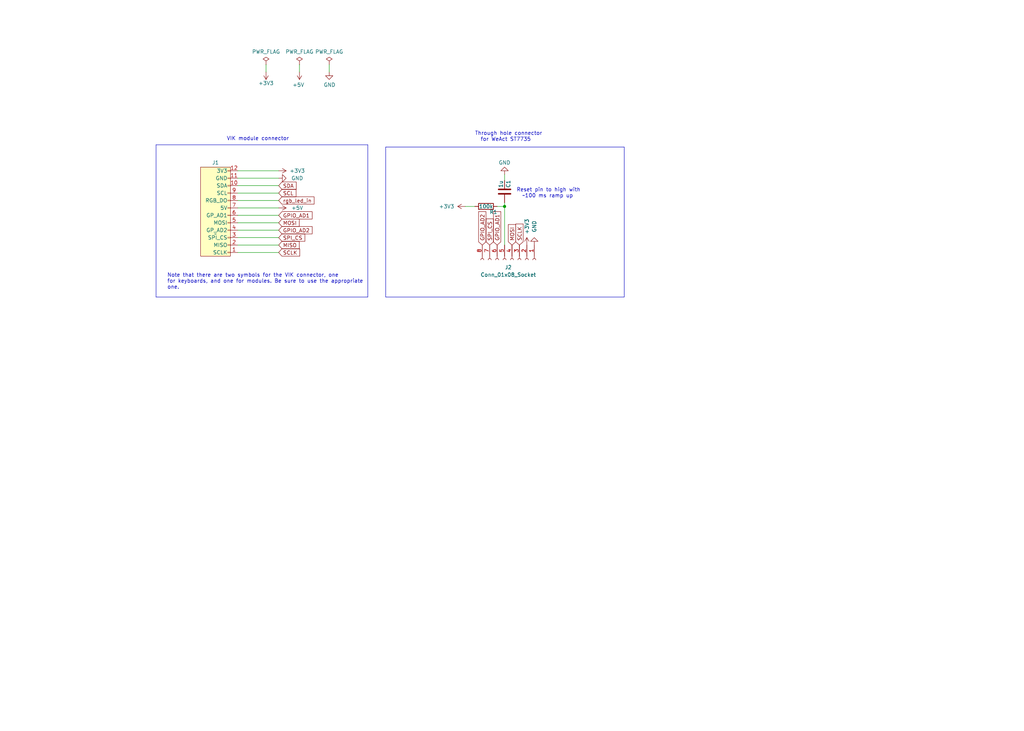
<source format=kicad_sch>
(kicad_sch (version 20230121) (generator eeschema)

  (uuid 61fe293f-6808-4b7f-9340-9aaac7054a97)

  (paper "User" 350.012 250.012)

  (lib_symbols
    (symbol "Connector:Conn_01x08_Socket" (pin_names (offset 1.016) hide) (in_bom yes) (on_board yes)
      (property "Reference" "J" (at 0 10.16 0)
        (effects (font (size 1.27 1.27)))
      )
      (property "Value" "Conn_01x08_Socket" (at 0 -12.7 0)
        (effects (font (size 1.27 1.27)))
      )
      (property "Footprint" "" (at 0 0 0)
        (effects (font (size 1.27 1.27)) hide)
      )
      (property "Datasheet" "~" (at 0 0 0)
        (effects (font (size 1.27 1.27)) hide)
      )
      (property "ki_locked" "" (at 0 0 0)
        (effects (font (size 1.27 1.27)))
      )
      (property "ki_keywords" "connector" (at 0 0 0)
        (effects (font (size 1.27 1.27)) hide)
      )
      (property "ki_description" "Generic connector, single row, 01x08, script generated" (at 0 0 0)
        (effects (font (size 1.27 1.27)) hide)
      )
      (property "ki_fp_filters" "Connector*:*_1x??_*" (at 0 0 0)
        (effects (font (size 1.27 1.27)) hide)
      )
      (symbol "Conn_01x08_Socket_1_1"
        (arc (start 0 -9.652) (mid -0.5058 -10.16) (end 0 -10.668)
          (stroke (width 0.1524) (type default))
          (fill (type none))
        )
        (arc (start 0 -7.112) (mid -0.5058 -7.62) (end 0 -8.128)
          (stroke (width 0.1524) (type default))
          (fill (type none))
        )
        (arc (start 0 -4.572) (mid -0.5058 -5.08) (end 0 -5.588)
          (stroke (width 0.1524) (type default))
          (fill (type none))
        )
        (arc (start 0 -2.032) (mid -0.5058 -2.54) (end 0 -3.048)
          (stroke (width 0.1524) (type default))
          (fill (type none))
        )
        (polyline
          (pts
            (xy -1.27 -10.16)
            (xy -0.508 -10.16)
          )
          (stroke (width 0.1524) (type default))
          (fill (type none))
        )
        (polyline
          (pts
            (xy -1.27 -7.62)
            (xy -0.508 -7.62)
          )
          (stroke (width 0.1524) (type default))
          (fill (type none))
        )
        (polyline
          (pts
            (xy -1.27 -5.08)
            (xy -0.508 -5.08)
          )
          (stroke (width 0.1524) (type default))
          (fill (type none))
        )
        (polyline
          (pts
            (xy -1.27 -2.54)
            (xy -0.508 -2.54)
          )
          (stroke (width 0.1524) (type default))
          (fill (type none))
        )
        (polyline
          (pts
            (xy -1.27 0)
            (xy -0.508 0)
          )
          (stroke (width 0.1524) (type default))
          (fill (type none))
        )
        (polyline
          (pts
            (xy -1.27 2.54)
            (xy -0.508 2.54)
          )
          (stroke (width 0.1524) (type default))
          (fill (type none))
        )
        (polyline
          (pts
            (xy -1.27 5.08)
            (xy -0.508 5.08)
          )
          (stroke (width 0.1524) (type default))
          (fill (type none))
        )
        (polyline
          (pts
            (xy -1.27 7.62)
            (xy -0.508 7.62)
          )
          (stroke (width 0.1524) (type default))
          (fill (type none))
        )
        (arc (start 0 0.508) (mid -0.5058 0) (end 0 -0.508)
          (stroke (width 0.1524) (type default))
          (fill (type none))
        )
        (arc (start 0 3.048) (mid -0.5058 2.54) (end 0 2.032)
          (stroke (width 0.1524) (type default))
          (fill (type none))
        )
        (arc (start 0 5.588) (mid -0.5058 5.08) (end 0 4.572)
          (stroke (width 0.1524) (type default))
          (fill (type none))
        )
        (arc (start 0 8.128) (mid -0.5058 7.62) (end 0 7.112)
          (stroke (width 0.1524) (type default))
          (fill (type none))
        )
        (pin passive line (at -5.08 7.62 0) (length 3.81)
          (name "Pin_1" (effects (font (size 1.27 1.27))))
          (number "1" (effects (font (size 1.27 1.27))))
        )
        (pin passive line (at -5.08 5.08 0) (length 3.81)
          (name "Pin_2" (effects (font (size 1.27 1.27))))
          (number "2" (effects (font (size 1.27 1.27))))
        )
        (pin passive line (at -5.08 2.54 0) (length 3.81)
          (name "Pin_3" (effects (font (size 1.27 1.27))))
          (number "3" (effects (font (size 1.27 1.27))))
        )
        (pin passive line (at -5.08 0 0) (length 3.81)
          (name "Pin_4" (effects (font (size 1.27 1.27))))
          (number "4" (effects (font (size 1.27 1.27))))
        )
        (pin passive line (at -5.08 -2.54 0) (length 3.81)
          (name "Pin_5" (effects (font (size 1.27 1.27))))
          (number "5" (effects (font (size 1.27 1.27))))
        )
        (pin passive line (at -5.08 -5.08 0) (length 3.81)
          (name "Pin_6" (effects (font (size 1.27 1.27))))
          (number "6" (effects (font (size 1.27 1.27))))
        )
        (pin passive line (at -5.08 -7.62 0) (length 3.81)
          (name "Pin_7" (effects (font (size 1.27 1.27))))
          (number "7" (effects (font (size 1.27 1.27))))
        )
        (pin passive line (at -5.08 -10.16 0) (length 3.81)
          (name "Pin_8" (effects (font (size 1.27 1.27))))
          (number "8" (effects (font (size 1.27 1.27))))
        )
      )
    )
    (symbol "Device:C" (pin_numbers hide) (pin_names (offset 0.254)) (in_bom yes) (on_board yes)
      (property "Reference" "C" (at 0.635 2.54 0)
        (effects (font (size 1.27 1.27)) (justify left))
      )
      (property "Value" "C" (at 0.635 -2.54 0)
        (effects (font (size 1.27 1.27)) (justify left))
      )
      (property "Footprint" "" (at 0.9652 -3.81 0)
        (effects (font (size 1.27 1.27)) hide)
      )
      (property "Datasheet" "~" (at 0 0 0)
        (effects (font (size 1.27 1.27)) hide)
      )
      (property "ki_keywords" "cap capacitor" (at 0 0 0)
        (effects (font (size 1.27 1.27)) hide)
      )
      (property "ki_description" "Unpolarized capacitor" (at 0 0 0)
        (effects (font (size 1.27 1.27)) hide)
      )
      (property "ki_fp_filters" "C_*" (at 0 0 0)
        (effects (font (size 1.27 1.27)) hide)
      )
      (symbol "C_0_1"
        (polyline
          (pts
            (xy -2.032 -0.762)
            (xy 2.032 -0.762)
          )
          (stroke (width 0.508) (type default))
          (fill (type none))
        )
        (polyline
          (pts
            (xy -2.032 0.762)
            (xy 2.032 0.762)
          )
          (stroke (width 0.508) (type default))
          (fill (type none))
        )
      )
      (symbol "C_1_1"
        (pin passive line (at 0 3.81 270) (length 2.794)
          (name "~" (effects (font (size 1.27 1.27))))
          (number "1" (effects (font (size 1.27 1.27))))
        )
        (pin passive line (at 0 -3.81 90) (length 2.794)
          (name "~" (effects (font (size 1.27 1.27))))
          (number "2" (effects (font (size 1.27 1.27))))
        )
      )
    )
    (symbol "Device:R" (pin_numbers hide) (pin_names (offset 0)) (in_bom yes) (on_board yes)
      (property "Reference" "R" (at 2.032 0 90)
        (effects (font (size 1.27 1.27)))
      )
      (property "Value" "R" (at 0 0 90)
        (effects (font (size 1.27 1.27)))
      )
      (property "Footprint" "" (at -1.778 0 90)
        (effects (font (size 1.27 1.27)) hide)
      )
      (property "Datasheet" "~" (at 0 0 0)
        (effects (font (size 1.27 1.27)) hide)
      )
      (property "ki_keywords" "R res resistor" (at 0 0 0)
        (effects (font (size 1.27 1.27)) hide)
      )
      (property "ki_description" "Resistor" (at 0 0 0)
        (effects (font (size 1.27 1.27)) hide)
      )
      (property "ki_fp_filters" "R_*" (at 0 0 0)
        (effects (font (size 1.27 1.27)) hide)
      )
      (symbol "R_0_1"
        (rectangle (start -1.016 -2.54) (end 1.016 2.54)
          (stroke (width 0.254) (type default))
          (fill (type none))
        )
      )
      (symbol "R_1_1"
        (pin passive line (at 0 3.81 270) (length 1.27)
          (name "~" (effects (font (size 1.27 1.27))))
          (number "1" (effects (font (size 1.27 1.27))))
        )
        (pin passive line (at 0 -3.81 90) (length 1.27)
          (name "~" (effects (font (size 1.27 1.27))))
          (number "2" (effects (font (size 1.27 1.27))))
        )
      )
    )
    (symbol "power:+3V3" (power) (pin_names (offset 0)) (in_bom yes) (on_board yes)
      (property "Reference" "#PWR" (at 0 -3.81 0)
        (effects (font (size 1.27 1.27)) hide)
      )
      (property "Value" "+3V3" (at 0 3.556 0)
        (effects (font (size 1.27 1.27)))
      )
      (property "Footprint" "" (at 0 0 0)
        (effects (font (size 1.27 1.27)) hide)
      )
      (property "Datasheet" "" (at 0 0 0)
        (effects (font (size 1.27 1.27)) hide)
      )
      (property "ki_keywords" "power-flag" (at 0 0 0)
        (effects (font (size 1.27 1.27)) hide)
      )
      (property "ki_description" "Power symbol creates a global label with name \"+3V3\"" (at 0 0 0)
        (effects (font (size 1.27 1.27)) hide)
      )
      (symbol "+3V3_0_1"
        (polyline
          (pts
            (xy -0.762 1.27)
            (xy 0 2.54)
          )
          (stroke (width 0) (type default))
          (fill (type none))
        )
        (polyline
          (pts
            (xy 0 0)
            (xy 0 2.54)
          )
          (stroke (width 0) (type default))
          (fill (type none))
        )
        (polyline
          (pts
            (xy 0 2.54)
            (xy 0.762 1.27)
          )
          (stroke (width 0) (type default))
          (fill (type none))
        )
      )
      (symbol "+3V3_1_1"
        (pin power_in line (at 0 0 90) (length 0) hide
          (name "+3V3" (effects (font (size 1.27 1.27))))
          (number "1" (effects (font (size 1.27 1.27))))
        )
      )
    )
    (symbol "power:+5V" (power) (pin_names (offset 0)) (in_bom yes) (on_board yes)
      (property "Reference" "#PWR" (at 0 -3.81 0)
        (effects (font (size 1.27 1.27)) hide)
      )
      (property "Value" "+5V" (at 0 3.556 0)
        (effects (font (size 1.27 1.27)))
      )
      (property "Footprint" "" (at 0 0 0)
        (effects (font (size 1.27 1.27)) hide)
      )
      (property "Datasheet" "" (at 0 0 0)
        (effects (font (size 1.27 1.27)) hide)
      )
      (property "ki_keywords" "power-flag" (at 0 0 0)
        (effects (font (size 1.27 1.27)) hide)
      )
      (property "ki_description" "Power symbol creates a global label with name \"+5V\"" (at 0 0 0)
        (effects (font (size 1.27 1.27)) hide)
      )
      (symbol "+5V_0_1"
        (polyline
          (pts
            (xy -0.762 1.27)
            (xy 0 2.54)
          )
          (stroke (width 0) (type default))
          (fill (type none))
        )
        (polyline
          (pts
            (xy 0 0)
            (xy 0 2.54)
          )
          (stroke (width 0) (type default))
          (fill (type none))
        )
        (polyline
          (pts
            (xy 0 2.54)
            (xy 0.762 1.27)
          )
          (stroke (width 0) (type default))
          (fill (type none))
        )
      )
      (symbol "+5V_1_1"
        (pin power_in line (at 0 0 90) (length 0) hide
          (name "+5V" (effects (font (size 1.27 1.27))))
          (number "1" (effects (font (size 1.27 1.27))))
        )
      )
    )
    (symbol "power:GND" (power) (pin_names (offset 0)) (in_bom yes) (on_board yes)
      (property "Reference" "#PWR" (at 0 -6.35 0)
        (effects (font (size 1.27 1.27)) hide)
      )
      (property "Value" "GND" (at 0 -3.81 0)
        (effects (font (size 1.27 1.27)))
      )
      (property "Footprint" "" (at 0 0 0)
        (effects (font (size 1.27 1.27)) hide)
      )
      (property "Datasheet" "" (at 0 0 0)
        (effects (font (size 1.27 1.27)) hide)
      )
      (property "ki_keywords" "power-flag" (at 0 0 0)
        (effects (font (size 1.27 1.27)) hide)
      )
      (property "ki_description" "Power symbol creates a global label with name \"GND\" , ground" (at 0 0 0)
        (effects (font (size 1.27 1.27)) hide)
      )
      (symbol "GND_0_1"
        (polyline
          (pts
            (xy 0 0)
            (xy 0 -1.27)
            (xy 1.27 -1.27)
            (xy 0 -2.54)
            (xy -1.27 -1.27)
            (xy 0 -1.27)
          )
          (stroke (width 0) (type default))
          (fill (type none))
        )
      )
      (symbol "GND_1_1"
        (pin power_in line (at 0 0 270) (length 0) hide
          (name "GND" (effects (font (size 1.27 1.27))))
          (number "1" (effects (font (size 1.27 1.27))))
        )
      )
    )
    (symbol "power:PWR_FLAG" (power) (pin_numbers hide) (pin_names (offset 0) hide) (in_bom yes) (on_board yes)
      (property "Reference" "#FLG" (at 0 1.905 0)
        (effects (font (size 1.27 1.27)) hide)
      )
      (property "Value" "PWR_FLAG" (at 0 3.81 0)
        (effects (font (size 1.27 1.27)))
      )
      (property "Footprint" "" (at 0 0 0)
        (effects (font (size 1.27 1.27)) hide)
      )
      (property "Datasheet" "~" (at 0 0 0)
        (effects (font (size 1.27 1.27)) hide)
      )
      (property "ki_keywords" "power-flag" (at 0 0 0)
        (effects (font (size 1.27 1.27)) hide)
      )
      (property "ki_description" "Special symbol for telling ERC where power comes from" (at 0 0 0)
        (effects (font (size 1.27 1.27)) hide)
      )
      (symbol "PWR_FLAG_0_0"
        (pin power_out line (at 0 0 90) (length 0)
          (name "pwr" (effects (font (size 1.27 1.27))))
          (number "1" (effects (font (size 1.27 1.27))))
        )
      )
      (symbol "PWR_FLAG_0_1"
        (polyline
          (pts
            (xy 0 0)
            (xy 0 1.27)
            (xy -1.016 1.905)
            (xy 0 2.54)
            (xy 1.016 1.905)
            (xy 0 1.27)
          )
          (stroke (width 0) (type default))
          (fill (type none))
        )
      )
    )
    (symbol "vik:vik-module-connector" (pin_names (offset 1)) (in_bom yes) (on_board yes)
      (property "Reference" "J" (at 0 15.875 0)
        (effects (font (size 1.27 1.27)))
      )
      (property "Value" "vik-module-connector" (at 0 -17.78 0)
        (effects (font (size 1.27 1.27)) hide)
      )
      (property "Footprint" "" (at 0 6.35 0)
        (effects (font (size 1.27 1.27)) hide)
      )
      (property "Datasheet" "" (at 0 6.35 0)
        (effects (font (size 1.27 1.27)) hide)
      )
      (symbol "vik-module-connector_1_1"
        (rectangle (start -5.08 13.97) (end 5.08 -16.51)
          (stroke (width 0) (type default))
          (fill (type background))
        )
        (rectangle (start -5.0546 -15.113) (end -4.191 -15.367)
          (stroke (width 0.1) (type default))
          (fill (type none))
        )
        (rectangle (start -5.0546 -12.573) (end -4.191 -12.827)
          (stroke (width 0.1) (type default))
          (fill (type none))
        )
        (rectangle (start -5.0546 -10.033) (end -4.191 -10.287)
          (stroke (width 0.1) (type default))
          (fill (type none))
        )
        (rectangle (start -5.0546 -7.493) (end -4.191 -7.747)
          (stroke (width 0.1) (type default))
          (fill (type none))
        )
        (rectangle (start -5.0546 -4.953) (end -4.191 -5.207)
          (stroke (width 0.1) (type default))
          (fill (type none))
        )
        (rectangle (start -5.0546 -2.413) (end -4.191 -2.667)
          (stroke (width 0.1) (type default))
          (fill (type none))
        )
        (rectangle (start -5.0546 0.127) (end -4.191 -0.127)
          (stroke (width 0.1) (type default))
          (fill (type none))
        )
        (rectangle (start -5.0546 2.667) (end -4.191 2.413)
          (stroke (width 0.1) (type default))
          (fill (type none))
        )
        (rectangle (start -5.0546 5.207) (end -4.191 4.953)
          (stroke (width 0.1) (type default))
          (fill (type none))
        )
        (rectangle (start -5.0546 7.747) (end -4.191 7.493)
          (stroke (width 0.1) (type default))
          (fill (type none))
        )
        (rectangle (start -5.0546 10.287) (end -4.191 10.033)
          (stroke (width 0.1) (type default))
          (fill (type none))
        )
        (rectangle (start -5.0546 12.827) (end -4.191 12.573)
          (stroke (width 0.1) (type default))
          (fill (type none))
        )
        (pin output line (at -7.62 12.7 0) (length 2.54)
          (name "SCLK" (effects (font (size 1.27 1.27))))
          (number "1" (effects (font (size 1.27 1.27))))
        )
        (pin bidirectional line (at -7.62 -10.16 0) (length 2.54)
          (name "SDA" (effects (font (size 1.27 1.27))))
          (number "10" (effects (font (size 1.27 1.27))))
        )
        (pin power_out line (at -7.62 -12.7 0) (length 2.54)
          (name "GND" (effects (font (size 1.27 1.27))))
          (number "11" (effects (font (size 1.27 1.27))))
        )
        (pin power_out line (at -7.62 -15.24 0) (length 2.54)
          (name "3V3" (effects (font (size 1.27 1.27))))
          (number "12" (effects (font (size 1.27 1.27))))
        )
        (pin tri_state line (at -7.62 10.16 0) (length 2.54)
          (name "MISO" (effects (font (size 1.27 1.27))))
          (number "2" (effects (font (size 1.27 1.27))))
        )
        (pin output line (at -7.62 7.62 0) (length 2.54)
          (name "SPI_CS" (effects (font (size 1.27 1.27))))
          (number "3" (effects (font (size 1.27 1.27))))
        )
        (pin bidirectional line (at -7.62 5.08 0) (length 2.54)
          (name "GP_AD2" (effects (font (size 1.27 1.27))))
          (number "4" (effects (font (size 1.27 1.27))))
        )
        (pin output line (at -7.62 2.54 0) (length 2.54)
          (name "MOSI" (effects (font (size 1.27 1.27))))
          (number "5" (effects (font (size 1.27 1.27))))
        )
        (pin bidirectional line (at -7.62 0 0) (length 2.54)
          (name "GP_AD1" (effects (font (size 1.27 1.27))))
          (number "6" (effects (font (size 1.27 1.27))))
        )
        (pin power_out line (at -7.62 -2.54 0) (length 2.54)
          (name "5V" (effects (font (size 1.27 1.27))))
          (number "7" (effects (font (size 1.27 1.27))))
        )
        (pin output line (at -7.62 -5.08 0) (length 2.54)
          (name "RGB_DO" (effects (font (size 1.27 1.27))))
          (number "8" (effects (font (size 1.27 1.27))))
        )
        (pin bidirectional line (at -7.62 -7.62 0) (length 2.54)
          (name "SCL" (effects (font (size 1.27 1.27))))
          (number "9" (effects (font (size 1.27 1.27))))
        )
      )
    )
  )

  (junction (at 172.466 70.612) (diameter 0) (color 0 0 0 0)
    (uuid 4683101c-b1d6-4490-850d-47fe869c0c69)
  )

  (wire (pts (xy 81.28 58.42) (xy 95.25 58.42))
    (stroke (width 0) (type default))
    (uuid 10dd335c-495e-4e6e-afb3-92701f8b9223)
  )
  (wire (pts (xy 81.28 66.04) (xy 95.25 66.04))
    (stroke (width 0) (type default))
    (uuid 12e601b0-2ce6-47a0-bee0-90454bd8b539)
  )
  (wire (pts (xy 169.926 70.612) (xy 172.466 70.612))
    (stroke (width 0) (type default))
    (uuid 16314259-99a9-42fa-90e8-aacd2c747f44)
  )
  (wire (pts (xy 81.28 76.2) (xy 95.25 76.2))
    (stroke (width 0) (type default))
    (uuid 21fc78b2-4ae3-46a3-9944-c94c0613b9d2)
  )
  (wire (pts (xy 112.522 22.098) (xy 112.522 24.638))
    (stroke (width 0) (type default))
    (uuid 282c8e53-3acc-42f0-a92a-6aa976b97a93)
  )
  (wire (pts (xy 81.28 73.66) (xy 95.25 73.66))
    (stroke (width 0) (type default))
    (uuid 31136693-ec0b-4e21-a472-9b3ad3b042f1)
  )
  (polyline (pts (xy 131.826 50.292) (xy 213.36 50.292))
    (stroke (width 0) (type default))
    (uuid 31ec3079-d879-415f-b711-7fbeb8dff5c1)
  )
  (polyline (pts (xy 131.826 50.292) (xy 131.826 101.6))
    (stroke (width 0) (type default))
    (uuid 3b6428cc-54f0-4f29-8b90-336a6c6e0c32)
  )

  (wire (pts (xy 172.466 69.342) (xy 172.466 70.612))
    (stroke (width 0) (type default))
    (uuid 440c6289-9b9d-4bea-bb4e-d787ee019975)
  )
  (wire (pts (xy 81.28 81.28) (xy 95.25 81.28))
    (stroke (width 0) (type default))
    (uuid 4f5e7bcd-4596-4d4b-a03c-121244878d37)
  )
  (wire (pts (xy 81.28 83.82) (xy 95.25 83.82))
    (stroke (width 0) (type default))
    (uuid 5f72bc70-3346-47e0-a189-975416ef2e9c)
  )
  (wire (pts (xy 81.28 60.96) (xy 95.25 60.96))
    (stroke (width 0) (type default))
    (uuid 6ded6e1a-1684-446a-88f5-8e7fd1f82cc8)
  )
  (polyline (pts (xy 131.826 101.6) (xy 213.36 101.6))
    (stroke (width 0) (type default))
    (uuid 7f4f3276-b3a8-40ce-9fc6-249ed41290ff)
  )

  (wire (pts (xy 81.28 63.5) (xy 95.25 63.5))
    (stroke (width 0) (type default))
    (uuid 8a4bb0fb-91c0-4654-9a01-2d99eddfc927)
  )
  (wire (pts (xy 102.362 22.098) (xy 102.362 24.638))
    (stroke (width 0) (type default))
    (uuid 98970bf0-1168-4b4e-a1c9-3b0c8d7eaacf)
  )
  (polyline (pts (xy 125.73 49.53) (xy 125.73 101.6))
    (stroke (width 0) (type default))
    (uuid 99bf09fb-0fae-4637-b3f3-84a889bb2043)
  )
  (polyline (pts (xy 125.73 101.6) (xy 53.34 101.6))
    (stroke (width 0) (type default))
    (uuid 9f7d949b-052d-4ce4-a723-65d6c8194f0f)
  )

  (wire (pts (xy 159.004 70.612) (xy 162.306 70.612))
    (stroke (width 0) (type default))
    (uuid a2987d54-bdca-4702-998c-071658f73a64)
  )
  (polyline (pts (xy 53.34 49.53) (xy 53.34 101.6))
    (stroke (width 0) (type default))
    (uuid a318c8a7-6037-4ecc-bb11-17fada677db9)
  )

  (wire (pts (xy 172.466 59.69) (xy 172.466 61.722))
    (stroke (width 0) (type default))
    (uuid ae5b46e7-3c74-483d-9f5b-aaf1a042a778)
  )
  (wire (pts (xy 90.932 22.098) (xy 90.932 24.638))
    (stroke (width 0) (type default))
    (uuid b12e5309-5d01-40ef-a9c3-8453e00a555e)
  )
  (wire (pts (xy 81.28 86.36) (xy 95.25 86.36))
    (stroke (width 0) (type default))
    (uuid b3e7c4cf-a423-439a-82cd-b273a6ac080b)
  )
  (polyline (pts (xy 53.34 49.53) (xy 125.73 49.53))
    (stroke (width 0) (type default))
    (uuid b50e0395-6aa2-48ca-8512-0c6bb8c6f23a)
  )

  (wire (pts (xy 81.28 68.58) (xy 95.25 68.58))
    (stroke (width 0) (type default))
    (uuid b6853bac-5ca5-47c9-91f6-2e9b2305e230)
  )
  (wire (pts (xy 81.28 71.12) (xy 95.25 71.12))
    (stroke (width 0) (type default))
    (uuid be9916ef-31e0-4b2d-b034-0d944db2af8c)
  )
  (wire (pts (xy 172.466 70.612) (xy 172.466 83.82))
    (stroke (width 0) (type default))
    (uuid caeba692-b4f5-4641-be68-2e51600ff3ec)
  )
  (polyline (pts (xy 213.36 101.6) (xy 213.36 50.292))
    (stroke (width 0) (type default))
    (uuid cf63ca71-43f4-4a7e-9a0e-cc2a69a483c7)
  )

  (wire (pts (xy 81.28 78.74) (xy 95.25 78.74))
    (stroke (width 0) (type default))
    (uuid ef6c1aea-b510-477e-a9ce-1c4bad719d82)
  )

  (text "Note that there are two symbols for the VIK connector, one\nfor keyboards, and one for modules. Be sure to use the appropriate\none."
    (at 57.15 99.06 0)
    (effects (font (size 1.27 1.27)) (justify left bottom))
    (uuid 4d911053-6278-4815-a7c5-3c864300c718)
  )
  (text "Through hole connector\n  for WeAct ST7735" (at 162.306 48.514 0)
    (effects (font (size 1.27 1.27)) (justify left bottom))
    (uuid 58749ce1-502b-4ef2-9875-14fa93360f02)
  )
  (text "Reset pin to high with\n  ~100 ms ramp up" (at 176.53 67.818 0)
    (effects (font (size 1.27 1.27)) (justify left bottom))
    (uuid 9779232c-d893-400f-9c36-5f6bcd35b7e6)
  )
  (text "VIK module connector" (at 77.47 48.26 0)
    (effects (font (size 1.27 1.27)) (justify left bottom))
    (uuid 9c95da06-da97-4485-b74d-99b67093cae7)
  )

  (global_label "GPIO_AD1" (shape input) (at 169.926 83.82 90) (fields_autoplaced)
    (effects (font (size 1.27 1.27)) (justify left))
    (uuid 2db35e98-5c33-414a-ba26-503b1daa3fa5)
    (property "Intersheetrefs" "${INTERSHEET_REFS}" (at 169.926 72.5574 90)
      (effects (font (size 1.27 1.27)) (justify left) hide)
    )
  )
  (global_label "MOSI" (shape input) (at 175.006 83.82 90) (fields_autoplaced)
    (effects (font (size 1.27 1.27)) (justify left))
    (uuid 32e08440-4e5b-4c9c-810a-3eccbdc741fb)
    (property "Intersheetrefs" "${INTERSHEET_REFS}" (at 175.006 76.9722 90)
      (effects (font (size 1.27 1.27)) (justify left) hide)
    )
  )
  (global_label "SPI_CS" (shape input) (at 95.25 81.28 0)
    (effects (font (size 1.27 1.27)) (justify left))
    (uuid 5417e20d-8268-48e5-8932-29520f4725b5)
    (property "Intersheetrefs" "${INTERSHEET_REFS}" (at 1.27 -52.07 0)
      (effects (font (size 1.27 1.27)) hide)
    )
  )
  (global_label "SPI_CS" (shape input) (at 167.386 83.82 90)
    (effects (font (size 1.27 1.27)) (justify left))
    (uuid 54b5e448-832e-4b03-bdc1-f419765a61c8)
    (property "Intersheetrefs" "${INTERSHEET_REFS}" (at 34.036 177.8 0)
      (effects (font (size 1.27 1.27)) hide)
    )
  )
  (global_label "GPIO_AD2" (shape input) (at 95.25 78.74 0) (fields_autoplaced)
    (effects (font (size 1.27 1.27)) (justify left))
    (uuid 660cafa6-c381-4118-98f5-797a15aad996)
    (property "Intersheetrefs" "${INTERSHEET_REFS}" (at 106.5126 78.74 0)
      (effects (font (size 1.27 1.27)) (justify left) hide)
    )
  )
  (global_label "MOSI" (shape input) (at 95.25 76.2 0) (fields_autoplaced)
    (effects (font (size 1.27 1.27)) (justify left))
    (uuid 8108860b-b692-4867-b50c-03dac4951e6f)
    (property "Intersheetrefs" "${INTERSHEET_REFS}" (at 102.1704 76.1206 0)
      (effects (font (size 1.27 1.27)) (justify left) hide)
    )
  )
  (global_label "GPIO_AD2" (shape input) (at 164.846 83.82 90) (fields_autoplaced)
    (effects (font (size 1.27 1.27)) (justify left))
    (uuid 882a27b5-60b2-43ab-8fb7-d75c4001c61e)
    (property "Intersheetrefs" "${INTERSHEET_REFS}" (at 164.846 72.5574 90)
      (effects (font (size 1.27 1.27)) (justify left) hide)
    )
  )
  (global_label "SCL" (shape input) (at 95.25 66.04 0) (fields_autoplaced)
    (effects (font (size 1.27 1.27)) (justify left))
    (uuid 8b260514-2532-4a1b-8814-a53a4701e516)
    (property "Intersheetrefs" "${INTERSHEET_REFS}" (at 101.0818 65.9606 0)
      (effects (font (size 1.27 1.27)) (justify left) hide)
    )
  )
  (global_label "GPIO_AD1" (shape input) (at 95.25 73.66 0) (fields_autoplaced)
    (effects (font (size 1.27 1.27)) (justify left))
    (uuid 8c580116-1fa3-4893-86b9-2771d3ce2681)
    (property "Intersheetrefs" "${INTERSHEET_REFS}" (at 106.5126 73.66 0)
      (effects (font (size 1.27 1.27)) (justify left) hide)
    )
  )
  (global_label "MISO" (shape input) (at 95.25 83.82 0) (fields_autoplaced)
    (effects (font (size 1.27 1.27)) (justify left))
    (uuid a3adbee2-0950-4bfa-a8df-b76a4399cf48)
    (property "Intersheetrefs" "${INTERSHEET_REFS}" (at 102.1704 83.7406 0)
      (effects (font (size 1.27 1.27)) (justify left) hide)
    )
  )
  (global_label "SCLK" (shape input) (at 177.546 83.82 90) (fields_autoplaced)
    (effects (font (size 1.27 1.27)) (justify left))
    (uuid aede7286-f31f-4782-a677-8c8c760908b9)
    (property "Intersheetrefs" "${INTERSHEET_REFS}" (at 177.546 76.7908 90)
      (effects (font (size 1.27 1.27)) (justify left) hide)
    )
  )
  (global_label "SCLK" (shape input) (at 95.25 86.36 0) (fields_autoplaced)
    (effects (font (size 1.27 1.27)) (justify left))
    (uuid b888eee6-8f0c-491a-862d-32e94f5bb41a)
    (property "Intersheetrefs" "${INTERSHEET_REFS}" (at 102.3518 86.2806 0)
      (effects (font (size 1.27 1.27)) (justify left) hide)
    )
  )
  (global_label "rgb_led_in" (shape input) (at 95.25 68.58 0) (fields_autoplaced)
    (effects (font (size 1.27 1.27)) (justify left))
    (uuid e0e17498-9df8-4434-b4ba-a616f219f855)
    (property "Intersheetrefs" "${INTERSHEET_REFS}" (at 107.2504 68.5006 0)
      (effects (font (size 1.27 1.27)) (justify left) hide)
    )
  )
  (global_label "SDA" (shape input) (at 95.25 63.5 0) (fields_autoplaced)
    (effects (font (size 1.27 1.27)) (justify left))
    (uuid f61e7b9d-6274-4641-a861-b11b620e5656)
    (property "Intersheetrefs" "${INTERSHEET_REFS}" (at 101.1423 63.4206 0)
      (effects (font (size 1.27 1.27)) (justify left) hide)
    )
  )

  (symbol (lib_id "power:PWR_FLAG") (at 90.932 22.098 0) (unit 1)
    (in_bom yes) (on_board yes) (dnp no)
    (uuid 00000000-0000-0000-0000-000060f9b7b9)
    (property "Reference" "#FLG01" (at 90.932 20.193 0)
      (effects (font (size 1.27 1.27)) hide)
    )
    (property "Value" "PWR_FLAG" (at 90.932 17.7038 0)
      (effects (font (size 1.27 1.27)))
    )
    (property "Footprint" "" (at 90.932 22.098 0)
      (effects (font (size 1.27 1.27)) hide)
    )
    (property "Datasheet" "~" (at 90.932 22.098 0)
      (effects (font (size 1.27 1.27)) hide)
    )
    (pin "1" (uuid 879e49b9-fbc5-4b51-abaf-20fd01ed20a5))
    (instances
      (project "weact-st7735"
        (path "/61fe293f-6808-4b7f-9340-9aaac7054a97"
          (reference "#FLG01") (unit 1)
        )
      )
    )
  )

  (symbol (lib_id "power:PWR_FLAG") (at 102.362 22.098 0) (unit 1)
    (in_bom yes) (on_board yes) (dnp no)
    (uuid 00000000-0000-0000-0000-000060fb7fba)
    (property "Reference" "#FLG02" (at 102.362 20.193 0)
      (effects (font (size 1.27 1.27)) hide)
    )
    (property "Value" "PWR_FLAG" (at 102.362 17.7038 0)
      (effects (font (size 1.27 1.27)))
    )
    (property "Footprint" "" (at 102.362 22.098 0)
      (effects (font (size 1.27 1.27)) hide)
    )
    (property "Datasheet" "~" (at 102.362 22.098 0)
      (effects (font (size 1.27 1.27)) hide)
    )
    (pin "1" (uuid e55a5f42-9a0c-4d71-a13a-76d57b877b6b))
    (instances
      (project "weact-st7735"
        (path "/61fe293f-6808-4b7f-9340-9aaac7054a97"
          (reference "#FLG02") (unit 1)
        )
      )
    )
  )

  (symbol (lib_id "power:+5V") (at 102.362 24.638 180) (unit 1)
    (in_bom yes) (on_board yes) (dnp no)
    (uuid 00000000-0000-0000-0000-000060fb9a70)
    (property "Reference" "#PWR02" (at 102.362 20.828 0)
      (effects (font (size 1.27 1.27)) hide)
    )
    (property "Value" "+5V" (at 101.981 29.0322 0)
      (effects (font (size 1.27 1.27)))
    )
    (property "Footprint" "" (at 102.362 24.638 0)
      (effects (font (size 1.27 1.27)) hide)
    )
    (property "Datasheet" "" (at 102.362 24.638 0)
      (effects (font (size 1.27 1.27)) hide)
    )
    (pin "1" (uuid 74522d7f-1de2-43f7-a63b-c7cd8b82854a))
    (instances
      (project "weact-st7735"
        (path "/61fe293f-6808-4b7f-9340-9aaac7054a97"
          (reference "#PWR02") (unit 1)
        )
      )
    )
  )

  (symbol (lib_id "power:GND") (at 112.522 24.638 0) (unit 1)
    (in_bom yes) (on_board yes) (dnp no)
    (uuid 00000000-0000-0000-0000-000060fd4683)
    (property "Reference" "#PWR03" (at 112.522 30.988 0)
      (effects (font (size 1.27 1.27)) hide)
    )
    (property "Value" "GND" (at 112.649 29.0322 0)
      (effects (font (size 1.27 1.27)))
    )
    (property "Footprint" "" (at 112.522 24.638 0)
      (effects (font (size 1.27 1.27)) hide)
    )
    (property "Datasheet" "" (at 112.522 24.638 0)
      (effects (font (size 1.27 1.27)) hide)
    )
    (pin "1" (uuid 86315a7f-e7a3-40cb-b198-d482a34b711d))
    (instances
      (project "weact-st7735"
        (path "/61fe293f-6808-4b7f-9340-9aaac7054a97"
          (reference "#PWR03") (unit 1)
        )
      )
    )
  )

  (symbol (lib_id "power:PWR_FLAG") (at 112.522 22.098 0) (unit 1)
    (in_bom yes) (on_board yes) (dnp no)
    (uuid 00000000-0000-0000-0000-000060fd5fc5)
    (property "Reference" "#FLG03" (at 112.522 20.193 0)
      (effects (font (size 1.27 1.27)) hide)
    )
    (property "Value" "PWR_FLAG" (at 112.522 17.7038 0)
      (effects (font (size 1.27 1.27)))
    )
    (property "Footprint" "" (at 112.522 22.098 0)
      (effects (font (size 1.27 1.27)) hide)
    )
    (property "Datasheet" "~" (at 112.522 22.098 0)
      (effects (font (size 1.27 1.27)) hide)
    )
    (pin "1" (uuid d2c72173-386d-4adb-99bb-d7be2b0a8f77))
    (instances
      (project "weact-st7735"
        (path "/61fe293f-6808-4b7f-9340-9aaac7054a97"
          (reference "#FLG03") (unit 1)
        )
      )
    )
  )

  (symbol (lib_id "Device:C") (at 172.466 65.532 0) (mirror y) (unit 1)
    (in_bom yes) (on_board yes) (dnp no)
    (uuid 05e9019d-5cbc-4350-9425-5633c776014d)
    (property "Reference" "C1" (at 173.736 64.262 90)
      (effects (font (size 1.27 1.27)) (justify left))
    )
    (property "Value" "1u" (at 171.196 64.262 90)
      (effects (font (size 1.27 1.27)) (justify left))
    )
    (property "Footprint" "Capacitor_SMD:C_0402_1005Metric" (at 171.5008 69.342 0)
      (effects (font (size 1.27 1.27)) hide)
    )
    (property "Datasheet" "~" (at 172.466 65.532 0)
      (effects (font (size 1.27 1.27)) hide)
    )
    (property "LCSC" "C52923" (at 172.466 65.532 0)
      (effects (font (size 1.27 1.27)) hide)
    )
    (property "MPN " "CL05A105KA5NQNC" (at 172.466 65.532 0)
      (effects (font (size 1.27 1.27)) hide)
    )
    (property "Manufacturer" "Samsung Electro-Mechanics" (at 172.466 65.532 0)
      (effects (font (size 1.27 1.27)) hide)
    )
    (property "JLC Basic" "Y" (at 172.466 65.532 0)
      (effects (font (size 1.27 1.27)) hide)
    )
    (property "Substitute" "Y" (at 172.466 65.532 0)
      (effects (font (size 1.27 1.27)) hide)
    )
    (pin "1" (uuid 84c3903f-d90b-4b2b-8110-cd5b7a2d09e5))
    (pin "2" (uuid 9bc713b3-0e39-458f-a2ad-96f2bc0c0d60))
    (instances
      (project "weact-st7735"
        (path "/61fe293f-6808-4b7f-9340-9aaac7054a97"
          (reference "C1") (unit 1)
        )
      )
    )
  )

  (symbol (lib_id "power:GND") (at 95.25 60.96 90) (mirror x) (unit 1)
    (in_bom yes) (on_board yes) (dnp no)
    (uuid 163b8132-027e-4c21-b144-967fbfc49e96)
    (property "Reference" "#PWR0102" (at 101.6 60.96 0)
      (effects (font (size 1.27 1.27)) hide)
    )
    (property "Value" "GND" (at 101.6 60.96 90)
      (effects (font (size 1.27 1.27)))
    )
    (property "Footprint" "" (at 95.25 60.96 0)
      (effects (font (size 1.27 1.27)) hide)
    )
    (property "Datasheet" "" (at 95.25 60.96 0)
      (effects (font (size 1.27 1.27)) hide)
    )
    (pin "1" (uuid 4c90e137-60ee-44b4-be8f-199f0c5025e3))
    (instances
      (project "weact-st7735"
        (path "/61fe293f-6808-4b7f-9340-9aaac7054a97"
          (reference "#PWR0102") (unit 1)
        )
      )
    )
  )

  (symbol (lib_id "power:GND") (at 182.626 83.82 0) (mirror x) (unit 1)
    (in_bom yes) (on_board yes) (dnp no)
    (uuid 335a56f3-09d0-4cfc-ae7c-bb25c04bf430)
    (property "Reference" "#PWR01" (at 182.626 77.47 0)
      (effects (font (size 1.27 1.27)) hide)
    )
    (property "Value" "GND" (at 182.626 77.47 90)
      (effects (font (size 1.27 1.27)))
    )
    (property "Footprint" "" (at 182.626 83.82 0)
      (effects (font (size 1.27 1.27)) hide)
    )
    (property "Datasheet" "" (at 182.626 83.82 0)
      (effects (font (size 1.27 1.27)) hide)
    )
    (pin "1" (uuid 82b30312-6f9d-486c-9995-51db66a04a53))
    (instances
      (project "weact-st7735"
        (path "/61fe293f-6808-4b7f-9340-9aaac7054a97"
          (reference "#PWR01") (unit 1)
        )
      )
    )
  )

  (symbol (lib_id "Device:R") (at 166.116 70.612 270) (unit 1)
    (in_bom yes) (on_board yes) (dnp no)
    (uuid 4fab9c8d-6364-4200-bad2-3b6705ea3852)
    (property "Reference" "R1" (at 168.656 72.517 90)
      (effects (font (size 1.27 1.27)))
    )
    (property "Value" "100k" (at 166.116 70.612 90)
      (effects (font (size 1.27 1.27)))
    )
    (property "Footprint" "Resistor_SMD:R_1206_3216Metric_Pad1.30x1.75mm_HandSolder" (at 166.116 68.834 90)
      (effects (font (size 1.27 1.27)) hide)
    )
    (property "Datasheet" "~" (at 166.116 70.612 0)
      (effects (font (size 1.27 1.27)) hide)
    )
    (property "LCSC" "C17900" (at 166.116 70.612 90)
      (effects (font (size 1.27 1.27)) hide)
    )
    (pin "1" (uuid 7670da91-9d1f-41df-8fc7-f149e0466207))
    (pin "2" (uuid b17870d0-5a06-4f59-9e9c-b71ab52de23c))
    (instances
      (project "weact-st7735"
        (path "/61fe293f-6808-4b7f-9340-9aaac7054a97"
          (reference "R1") (unit 1)
        )
      )
    )
  )

  (symbol (lib_id "power:GND") (at 172.466 59.69 0) (mirror x) (unit 1)
    (in_bom yes) (on_board yes) (dnp no)
    (uuid 52772439-14ee-4611-803c-7c04cedfbef4)
    (property "Reference" "#PWR06" (at 172.466 53.34 0)
      (effects (font (size 1.27 1.27)) hide)
    )
    (property "Value" "GND" (at 172.466 55.626 0)
      (effects (font (size 1.27 1.27)))
    )
    (property "Footprint" "" (at 172.466 59.69 0)
      (effects (font (size 1.27 1.27)) hide)
    )
    (property "Datasheet" "" (at 172.466 59.69 0)
      (effects (font (size 1.27 1.27)) hide)
    )
    (pin "1" (uuid de850b73-4081-4ff6-a03f-fccdc13a21e5))
    (instances
      (project "weact-st7735"
        (path "/61fe293f-6808-4b7f-9340-9aaac7054a97"
          (reference "#PWR06") (unit 1)
        )
      )
    )
  )

  (symbol (lib_id "power:+3V3") (at 95.25 58.42 270) (unit 1)
    (in_bom yes) (on_board yes) (dnp no)
    (uuid 67306c4d-2a22-40cd-b316-e11712d228ec)
    (property "Reference" "#PWR0101" (at 91.44 58.42 0)
      (effects (font (size 1.27 1.27)) hide)
    )
    (property "Value" "+3V3" (at 101.6 58.42 90)
      (effects (font (size 1.27 1.27)))
    )
    (property "Footprint" "" (at 95.25 58.42 0)
      (effects (font (size 1.27 1.27)) hide)
    )
    (property "Datasheet" "" (at 95.25 58.42 0)
      (effects (font (size 1.27 1.27)) hide)
    )
    (pin "1" (uuid a0f5fd1f-f76d-422d-97a9-405f81bef1e1))
    (instances
      (project "weact-st7735"
        (path "/61fe293f-6808-4b7f-9340-9aaac7054a97"
          (reference "#PWR0101") (unit 1)
        )
      )
    )
  )

  (symbol (lib_id "power:+3V3") (at 159.004 70.612 90) (unit 1)
    (in_bom yes) (on_board yes) (dnp no)
    (uuid 8cba3183-dde8-4a2a-a905-29ea5c8aecf8)
    (property "Reference" "#PWR05" (at 162.814 70.612 0)
      (effects (font (size 1.27 1.27)) hide)
    )
    (property "Value" "+3V3" (at 152.654 70.612 90)
      (effects (font (size 1.27 1.27)))
    )
    (property "Footprint" "" (at 159.004 70.612 0)
      (effects (font (size 1.27 1.27)) hide)
    )
    (property "Datasheet" "" (at 159.004 70.612 0)
      (effects (font (size 1.27 1.27)) hide)
    )
    (pin "1" (uuid f22da7cd-56d3-4d79-8e73-94a7764acc30))
    (instances
      (project "weact-st7735"
        (path "/61fe293f-6808-4b7f-9340-9aaac7054a97"
          (reference "#PWR05") (unit 1)
        )
      )
    )
  )

  (symbol (lib_id "power:+5V") (at 95.25 71.12 270) (unit 1)
    (in_bom yes) (on_board yes) (dnp no)
    (uuid 92518f24-2ed3-4b3b-899e-9e2b912b790a)
    (property "Reference" "#PWR0104" (at 91.44 71.12 0)
      (effects (font (size 1.27 1.27)) hide)
    )
    (property "Value" "+5V" (at 101.6 71.12 90)
      (effects (font (size 1.27 1.27)))
    )
    (property "Footprint" "" (at 95.25 71.12 0)
      (effects (font (size 1.27 1.27)) hide)
    )
    (property "Datasheet" "" (at 95.25 71.12 0)
      (effects (font (size 1.27 1.27)) hide)
    )
    (pin "1" (uuid 067ed21b-c41d-4bb4-867f-17ca23886846))
    (instances
      (project "weact-st7735"
        (path "/61fe293f-6808-4b7f-9340-9aaac7054a97"
          (reference "#PWR0104") (unit 1)
        )
      )
    )
  )

  (symbol (lib_id "power:+3V3") (at 180.086 83.82 0) (unit 1)
    (in_bom yes) (on_board yes) (dnp no)
    (uuid 9ae97d3d-41cb-4c42-8c6a-769213f838da)
    (property "Reference" "#PWR04" (at 180.086 87.63 0)
      (effects (font (size 1.27 1.27)) hide)
    )
    (property "Value" "+3V3" (at 180.086 77.47 90)
      (effects (font (size 1.27 1.27)))
    )
    (property "Footprint" "" (at 180.086 83.82 0)
      (effects (font (size 1.27 1.27)) hide)
    )
    (property "Datasheet" "" (at 180.086 83.82 0)
      (effects (font (size 1.27 1.27)) hide)
    )
    (pin "1" (uuid 9bda75b7-a366-48e6-bde2-1d9069383c80))
    (instances
      (project "weact-st7735"
        (path "/61fe293f-6808-4b7f-9340-9aaac7054a97"
          (reference "#PWR04") (unit 1)
        )
      )
    )
  )

  (symbol (lib_id "Connector:Conn_01x08_Socket") (at 175.006 88.9 270) (unit 1)
    (in_bom yes) (on_board yes) (dnp no) (fields_autoplaced)
    (uuid b3ba10cb-ca7d-437a-a473-59bb90121215)
    (property "Reference" "J2" (at 173.736 91.44 90)
      (effects (font (size 1.27 1.27)))
    )
    (property "Value" "Conn_01x08_Socket" (at 173.736 93.98 90)
      (effects (font (size 1.27 1.27)))
    )
    (property "Footprint" "Connector_PinHeader_2.54mm:PinHeader_1x08_P2.54mm_Vertical" (at 175.006 88.9 0)
      (effects (font (size 1.27 1.27)) hide)
    )
    (property "Datasheet" "~" (at 175.006 88.9 0)
      (effects (font (size 1.27 1.27)) hide)
    )
    (pin "1" (uuid cc142415-b054-4577-b717-d040d7a40d53))
    (pin "2" (uuid 4ebbf8df-f274-4f72-868c-8cf2ff418d78))
    (pin "3" (uuid 2ed2a23b-2485-438b-adfd-2cea0fca2582))
    (pin "4" (uuid 57cb2bf9-e122-42ef-b159-060ebb813d5c))
    (pin "5" (uuid 74c88a7e-ea28-4ae9-84a4-ca5a332f5507))
    (pin "6" (uuid 2f96d62a-3274-40dd-ba3a-c5ea12d8e9c4))
    (pin "7" (uuid f674e122-de1d-418c-aec3-33a811e57639))
    (pin "8" (uuid 07cc314e-4040-436f-8e4d-aaff0f359ba7))
    (instances
      (project "weact-st7735"
        (path "/61fe293f-6808-4b7f-9340-9aaac7054a97"
          (reference "J2") (unit 1)
        )
      )
    )
  )

  (symbol (lib_id "power:+3V3") (at 90.932 24.638 180) (unit 1)
    (in_bom yes) (on_board yes) (dnp no)
    (uuid e00c8349-6e8c-415c-9424-a5256c6d14c4)
    (property "Reference" "#PWR0112" (at 90.932 20.828 0)
      (effects (font (size 1.27 1.27)) hide)
    )
    (property "Value" "+3V3" (at 90.932 28.448 0)
      (effects (font (size 1.27 1.27)))
    )
    (property "Footprint" "" (at 90.932 24.638 0)
      (effects (font (size 1.27 1.27)) hide)
    )
    (property "Datasheet" "" (at 90.932 24.638 0)
      (effects (font (size 1.27 1.27)) hide)
    )
    (pin "1" (uuid b6b005a3-6aa8-4642-902f-c3f80828fbe1))
    (instances
      (project "weact-st7735"
        (path "/61fe293f-6808-4b7f-9340-9aaac7054a97"
          (reference "#PWR0112") (unit 1)
        )
      )
    )
  )

  (symbol (lib_id "vik:vik-module-connector") (at 73.66 73.66 180) (unit 1)
    (in_bom yes) (on_board yes) (dnp no)
    (uuid e19961b6-5f80-4a55-8d46-0069dc5df3ee)
    (property "Reference" "J1" (at 73.66 55.626 0)
      (effects (font (size 1.27 1.27)))
    )
    (property "Value" "~" (at 73.66 80.01 0)
      (effects (font (size 1.27 1.27)))
    )
    (property "Footprint" "vik:vik-module-connector-horizontal" (at 73.66 80.01 0)
      (effects (font (size 1.27 1.27)) hide)
    )
    (property "Datasheet" "" (at 73.66 80.01 0)
      (effects (font (size 1.27 1.27)) hide)
    )
    (property "LCSC" "C479750" (at 73.66 73.66 0)
      (effects (font (size 1.27 1.27)) hide)
    )
    (pin "1" (uuid a8c05ef1-aec2-4289-aa12-0170e3ca7e79))
    (pin "10" (uuid a883b4cd-409a-4dfa-bbf1-96e81737fedf))
    (pin "11" (uuid 59c135ce-94ac-4368-ba93-10aa8e9a373f))
    (pin "12" (uuid 3df895ed-795b-4211-821b-0075d23b4f32))
    (pin "2" (uuid e42308ef-8be2-4197-8731-5aaa394658d3))
    (pin "3" (uuid e0b32b0f-0e25-4848-a9ca-b6f86e5b9e44))
    (pin "4" (uuid 1bad4ae9-9816-4276-8f50-0440e8bd2afb))
    (pin "5" (uuid 4456ab6e-70df-475f-905e-4a78f7aef657))
    (pin "6" (uuid 9e3e0fe3-40ec-4a6b-acf4-b9956f2d624c))
    (pin "7" (uuid 9ccc70d2-801f-40bb-bcd9-f8c735bfcd9f))
    (pin "8" (uuid 1ea1dda6-08d4-47d2-9c62-718d16df238c))
    (pin "9" (uuid c423d068-3aac-454b-b943-090beb7546a7))
    (instances
      (project "weact-st7735"
        (path "/61fe293f-6808-4b7f-9340-9aaac7054a97"
          (reference "J1") (unit 1)
        )
      )
    )
  )

  (sheet_instances
    (path "/" (page "1"))
  )
)

</source>
